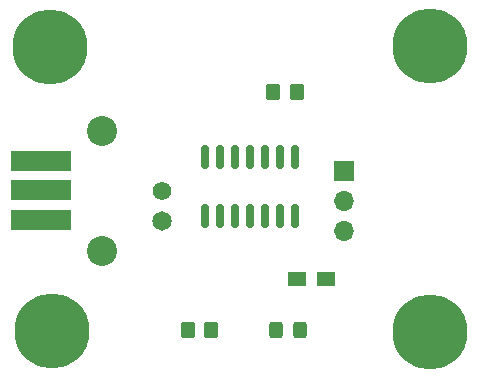
<source format=gts>
%TF.GenerationSoftware,KiCad,Pcbnew,(6.0.1)*%
%TF.CreationDate,2022-07-06T10:53:35-04:00*%
%TF.ProjectId,DRIVE50,44524956-4535-4302-9e6b-696361645f70,1*%
%TF.SameCoordinates,Original*%
%TF.FileFunction,Soldermask,Top*%
%TF.FilePolarity,Negative*%
%FSLAX46Y46*%
G04 Gerber Fmt 4.6, Leading zero omitted, Abs format (unit mm)*
G04 Created by KiCad (PCBNEW (6.0.1)) date 2022-07-06 10:53:35*
%MOMM*%
%LPD*%
G01*
G04 APERTURE LIST*
G04 Aperture macros list*
%AMRoundRect*
0 Rectangle with rounded corners*
0 $1 Rounding radius*
0 $2 $3 $4 $5 $6 $7 $8 $9 X,Y pos of 4 corners*
0 Add a 4 corners polygon primitive as box body*
4,1,4,$2,$3,$4,$5,$6,$7,$8,$9,$2,$3,0*
0 Add four circle primitives for the rounded corners*
1,1,$1+$1,$2,$3*
1,1,$1+$1,$4,$5*
1,1,$1+$1,$6,$7*
1,1,$1+$1,$8,$9*
0 Add four rect primitives between the rounded corners*
20,1,$1+$1,$2,$3,$4,$5,0*
20,1,$1+$1,$4,$5,$6,$7,0*
20,1,$1+$1,$6,$7,$8,$9,0*
20,1,$1+$1,$8,$9,$2,$3,0*%
G04 Aperture macros list end*
%ADD10RoundRect,0.150000X-0.150000X0.825000X-0.150000X-0.825000X0.150000X-0.825000X0.150000X0.825000X0*%
%ADD11C,2.540000*%
%ADD12C,1.574800*%
%ADD13C,1.651000*%
%ADD14R,1.500000X1.250000*%
%ADD15RoundRect,0.250000X0.325000X0.450000X-0.325000X0.450000X-0.325000X-0.450000X0.325000X-0.450000X0*%
%ADD16RoundRect,0.250000X-0.350000X-0.450000X0.350000X-0.450000X0.350000X0.450000X-0.350000X0.450000X0*%
%ADD17R,5.080000X1.750000*%
%ADD18C,6.350000*%
%ADD19RoundRect,0.250000X0.350000X0.450000X-0.350000X0.450000X-0.350000X-0.450000X0.350000X-0.450000X0*%
%ADD20R,1.700000X1.700000*%
%ADD21O,1.700000X1.700000*%
G04 APERTURE END LIST*
D10*
%TO.C,U1*%
X140830000Y-101525000D03*
X139560000Y-101525000D03*
X138290000Y-101525000D03*
X137020000Y-101525000D03*
X135750000Y-101525000D03*
X134480000Y-101525000D03*
X133210000Y-101525000D03*
X133210000Y-106475000D03*
X134480000Y-106475000D03*
X135750000Y-106475000D03*
X137020000Y-106475000D03*
X138290000Y-106475000D03*
X139560000Y-106475000D03*
X140830000Y-106475000D03*
%TD*%
D11*
%TO.C,PB1*%
X124493000Y-109481000D03*
X124493000Y-99321000D03*
D12*
X129573000Y-104401000D03*
D13*
X129573000Y-106941000D03*
%TD*%
D14*
%TO.C,C1*%
X143477000Y-111850000D03*
X140977000Y-111850000D03*
%TD*%
D15*
%TO.C,DS1*%
X141267000Y-116168000D03*
X139217000Y-116168000D03*
%TD*%
D16*
%TO.C,R1*%
X131749000Y-116168000D03*
X133749000Y-116168000D03*
%TD*%
D17*
%TO.C,PA1*%
X119367000Y-104357000D03*
X119367000Y-106857000D03*
X119367000Y-101857000D03*
%TD*%
D18*
%TO.C,MTG1*%
X120123000Y-92250000D03*
%TD*%
%TO.C,MTG4*%
X152248000Y-116377000D03*
%TD*%
D19*
%TO.C,R7*%
X141000000Y-96000000D03*
X139000000Y-96000000D03*
%TD*%
D20*
%TO.C,J1*%
X144964000Y-102721000D03*
D21*
X144964000Y-105261000D03*
X144964000Y-107801000D03*
%TD*%
D18*
%TO.C,MTG2*%
X152248000Y-92123000D03*
%TD*%
%TO.C,MTG3*%
X120250000Y-116250000D03*
%TD*%
M02*

</source>
